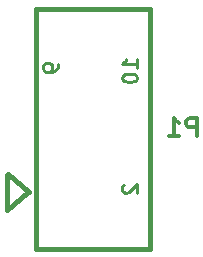
<source format=gbo>
G04 (created by PCBNEW-RS274X (2011-07-19)-testing) date Fri 02 Mar 2012 03:23:15 PM PST*
G01*
G70*
G90*
%MOIN*%
G04 Gerber Fmt 3.4, Leading zero omitted, Abs format*
%FSLAX34Y34*%
G04 APERTURE LIST*
%ADD10C,0.006000*%
%ADD11C,0.015000*%
%ADD12C,0.012000*%
%ADD13C,0.010000*%
G04 APERTURE END LIST*
G54D10*
G54D11*
X65650Y-28750D02*
X65650Y-20750D01*
X65650Y-20750D02*
X61850Y-20750D01*
X61850Y-20750D02*
X61850Y-28750D01*
X61850Y-28750D02*
X65650Y-28750D01*
X60876Y-27467D02*
X60876Y-26285D01*
X61589Y-26862D02*
X60889Y-27462D01*
X60890Y-26262D02*
X61590Y-26862D01*
G54D12*
X67192Y-24993D02*
X67192Y-24393D01*
X66964Y-24393D01*
X66906Y-24421D01*
X66878Y-24450D01*
X66849Y-24507D01*
X66849Y-24593D01*
X66878Y-24650D01*
X66906Y-24679D01*
X66964Y-24707D01*
X67192Y-24707D01*
X66278Y-24993D02*
X66621Y-24993D01*
X66449Y-24993D02*
X66449Y-24393D01*
X66506Y-24479D01*
X66564Y-24536D01*
X66621Y-24564D01*
G54D13*
X65212Y-22726D02*
X65212Y-22440D01*
X65212Y-22583D02*
X64712Y-22583D01*
X64784Y-22535D01*
X64831Y-22488D01*
X64855Y-22440D01*
X64712Y-23035D02*
X64712Y-23083D01*
X64736Y-23131D01*
X64760Y-23154D01*
X64808Y-23178D01*
X64903Y-23202D01*
X65022Y-23202D01*
X65117Y-23178D01*
X65165Y-23154D01*
X65189Y-23131D01*
X65212Y-23083D01*
X65212Y-23035D01*
X65189Y-22988D01*
X65165Y-22964D01*
X65117Y-22940D01*
X65022Y-22916D01*
X64903Y-22916D01*
X64808Y-22940D01*
X64760Y-22964D01*
X64736Y-22988D01*
X64712Y-23035D01*
X62574Y-22608D02*
X62574Y-22703D01*
X62551Y-22751D01*
X62527Y-22775D01*
X62455Y-22822D01*
X62360Y-22846D01*
X62170Y-22846D01*
X62122Y-22822D01*
X62098Y-22798D01*
X62074Y-22751D01*
X62074Y-22655D01*
X62098Y-22608D01*
X62122Y-22584D01*
X62170Y-22560D01*
X62289Y-22560D01*
X62336Y-22584D01*
X62360Y-22608D01*
X62384Y-22655D01*
X62384Y-22751D01*
X62360Y-22798D01*
X62336Y-22822D01*
X62289Y-22846D01*
X64760Y-26615D02*
X64736Y-26639D01*
X64712Y-26687D01*
X64712Y-26806D01*
X64736Y-26853D01*
X64760Y-26877D01*
X64808Y-26901D01*
X64855Y-26901D01*
X64927Y-26877D01*
X65212Y-26591D01*
X65212Y-26901D01*
M02*

</source>
